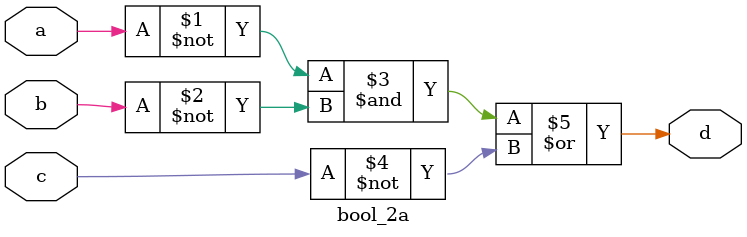
<source format=v>
`timescale 1ns / 1ps

module bool_2a(
    input a, b, c,
    output d
    );
   
assign d = (~a&~b)|~c;

endmodule

</source>
